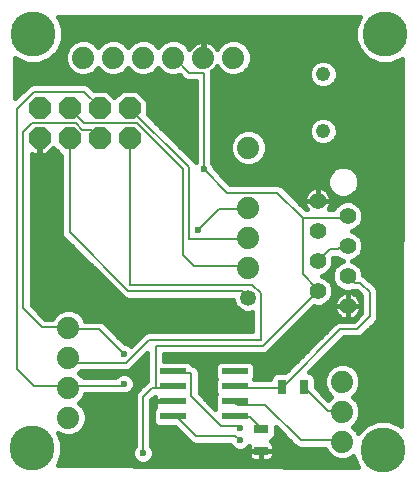
<source format=gbl>
G75*
G70*
%OFA0B0*%
%FSLAX24Y24*%
%IPPOS*%
%LPD*%
%AMOC8*
5,1,8,0,0,1.08239X$1,22.5*
%
%ADD10R,0.0870X0.0240*%
%ADD11C,0.0480*%
%ADD12R,0.0472X0.0315*%
%ADD13R,0.0315X0.0472*%
%ADD14C,0.0740*%
%ADD15C,0.0531*%
%ADD16OC8,0.0740*%
%ADD17C,0.0560*%
%ADD18C,0.0079*%
%ADD19C,0.0236*%
%ADD20C,0.0160*%
%ADD21C,0.0315*%
%ADD22C,0.1502*%
D10*
X009680Y006865D03*
X009680Y007365D03*
X009680Y007865D03*
X009680Y008365D03*
X011740Y008365D03*
X011740Y007865D03*
X011740Y007365D03*
X011740Y006865D03*
D11*
X014690Y016375D03*
X014690Y018275D03*
D12*
X012620Y006429D03*
X012620Y005721D03*
D13*
X013325Y007855D03*
X014034Y007855D03*
D14*
X015320Y008025D03*
X015320Y007025D03*
X015320Y006025D03*
X012190Y011825D03*
X012190Y012825D03*
X012190Y013825D03*
X012190Y015825D03*
X011690Y018825D03*
X010690Y018825D03*
X009690Y018825D03*
X008690Y018825D03*
X007690Y018825D03*
X006690Y018825D03*
X006190Y009825D03*
X006190Y008825D03*
X006190Y007825D03*
X006190Y006825D03*
D15*
X012190Y010825D03*
D16*
X008230Y016135D03*
X008230Y017135D03*
X007230Y017135D03*
X007230Y016135D03*
X006230Y016135D03*
X006230Y017135D03*
X005230Y017135D03*
X005230Y016135D03*
D17*
X014500Y014045D03*
X014500Y013045D03*
X014500Y012045D03*
X014500Y011045D03*
X015500Y010545D03*
X015500Y011545D03*
X015500Y012545D03*
X015500Y013545D03*
D18*
X015470Y013485D01*
X014000Y013485D01*
X013160Y014325D01*
X011480Y014325D01*
X010710Y015095D01*
X010710Y018315D01*
X010220Y018315D01*
X009730Y018805D01*
X009690Y018825D01*
X008820Y018245D02*
X008811Y018215D01*
X008260Y017125D02*
X008230Y017135D01*
X008260Y017125D02*
X010220Y015165D01*
X010220Y012785D01*
X012180Y012785D01*
X012190Y012825D01*
X012180Y013765D02*
X012190Y013825D01*
X012180Y013765D02*
X011200Y013765D01*
X010500Y013065D01*
X010010Y012247D02*
X010010Y015095D01*
X008470Y016635D01*
X006720Y016635D01*
X006230Y017125D01*
X006230Y017135D01*
X006440Y016635D02*
X004970Y016635D01*
X004690Y016355D01*
X004690Y010464D01*
X005309Y009845D01*
X006160Y009845D01*
X006190Y009825D01*
X006230Y009775D01*
X007210Y009775D01*
X008050Y008935D01*
X008120Y008655D02*
X006370Y008655D01*
X006230Y008795D01*
X006190Y008825D01*
X006160Y007885D02*
X006190Y007825D01*
X006230Y007885D01*
X007980Y007885D01*
X008050Y007955D01*
X008680Y007524D02*
X008680Y005645D01*
X009680Y006865D02*
X009730Y006835D01*
X009800Y006835D01*
X010430Y006205D01*
X011760Y006205D01*
X011900Y006065D01*
X011900Y006485D02*
X011830Y006555D01*
X011270Y006555D01*
X010290Y007535D01*
X010290Y008305D01*
X009730Y008305D01*
X009680Y008365D01*
X009680Y007865D02*
X009660Y007815D01*
X009100Y007815D01*
X009100Y009215D01*
X012670Y009215D01*
X014500Y011045D01*
X014490Y011105D01*
X014000Y011595D01*
X014000Y013485D01*
X014910Y012435D02*
X015190Y012435D01*
X015260Y012505D01*
X015470Y012505D01*
X015500Y012545D01*
X014910Y012435D02*
X014560Y012085D01*
X014500Y012045D01*
X015500Y011545D02*
X015540Y011525D01*
X015750Y011315D01*
X015927Y011315D01*
X016240Y011003D01*
X016240Y010195D01*
X015820Y009775D01*
X015260Y009775D01*
X013370Y007885D01*
X013325Y007855D01*
X013300Y007815D01*
X011760Y007815D01*
X011740Y007865D01*
X011740Y007365D02*
X011760Y007325D01*
X011830Y007255D01*
X012740Y007255D01*
X013930Y006065D01*
X015260Y006065D01*
X015320Y006025D01*
X015320Y007025D02*
X015260Y007045D01*
X014840Y007045D01*
X014070Y007815D01*
X014034Y007855D01*
X012600Y006485D02*
X012620Y006429D01*
X012600Y006485D02*
X012250Y006835D01*
X011760Y006835D01*
X011740Y006865D01*
X012600Y009425D02*
X008890Y009425D01*
X008120Y008655D01*
X008970Y007815D02*
X008680Y007524D01*
X008970Y007815D02*
X009100Y007815D01*
X008190Y011035D02*
X006230Y012995D01*
X006230Y016135D01*
X006650Y016425D02*
X006440Y016635D01*
X006650Y016425D02*
X006930Y016425D01*
X007210Y016145D01*
X007230Y016135D01*
X007230Y017135D02*
X007210Y017195D01*
X006720Y017685D01*
X005040Y017685D01*
X004480Y017125D01*
X004480Y008459D01*
X005054Y007885D01*
X006160Y007885D01*
X008190Y011035D02*
X011970Y011035D01*
X012180Y010825D01*
X012190Y010825D01*
X012600Y010965D02*
X012320Y011245D01*
X008260Y011245D01*
X008260Y016075D01*
X008230Y016135D01*
X010010Y012247D02*
X010381Y011875D01*
X012180Y011875D01*
X012190Y011825D01*
X012600Y010965D02*
X012600Y009425D01*
D19*
X011900Y006485D03*
X011900Y006065D03*
X008680Y005645D03*
X008050Y007955D03*
X008050Y008935D03*
X010500Y013065D03*
X010710Y015095D03*
D20*
X011044Y015224D02*
X012046Y015224D01*
X012068Y015215D02*
X012311Y015215D01*
X012535Y015308D01*
X012707Y015479D01*
X012799Y015704D01*
X012799Y015946D01*
X012707Y016171D01*
X012535Y016342D01*
X012311Y016435D01*
X012068Y016435D01*
X011844Y016342D01*
X011672Y016171D01*
X011580Y015946D01*
X011580Y015704D01*
X011672Y015479D01*
X011844Y015308D01*
X012068Y015215D01*
X012333Y015224D02*
X017303Y015224D01*
X017302Y015066D02*
X015730Y015066D01*
X015659Y015137D02*
X015810Y014986D01*
X015891Y014789D01*
X015891Y014576D01*
X015810Y014380D01*
X015659Y014229D01*
X015462Y014148D01*
X015249Y014148D01*
X015053Y014229D01*
X014902Y014380D01*
X014821Y014576D01*
X014821Y014789D01*
X014902Y014986D01*
X015053Y015137D01*
X015249Y015218D01*
X015462Y015218D01*
X015659Y015137D01*
X015842Y014907D02*
X017302Y014907D01*
X017301Y014749D02*
X015891Y014749D01*
X015891Y014590D02*
X017301Y014590D01*
X017300Y014432D02*
X015831Y014432D01*
X015703Y014273D02*
X017300Y014273D01*
X017299Y014115D02*
X014954Y014115D01*
X014959Y014081D02*
X014948Y014153D01*
X014926Y014222D01*
X014893Y014286D01*
X014850Y014345D01*
X014799Y014396D01*
X014741Y014438D01*
X014676Y014471D01*
X014607Y014494D01*
X014536Y014505D01*
X014500Y014505D01*
X014500Y014045D01*
X014959Y014045D01*
X014959Y014081D01*
X014959Y014045D02*
X014500Y014045D01*
X014500Y014045D01*
X014499Y014045D01*
X014040Y014045D01*
X014040Y014009D01*
X014051Y013937D01*
X014073Y013868D01*
X014106Y013804D01*
X014135Y013764D01*
X014115Y013764D01*
X013318Y014562D01*
X013215Y014604D01*
X011595Y014604D01*
X011068Y015132D01*
X011068Y015166D01*
X011013Y015298D01*
X010989Y015322D01*
X010989Y018363D01*
X011048Y018405D01*
X011109Y018467D01*
X011153Y018527D01*
X011172Y018479D01*
X011344Y018308D01*
X011568Y018215D01*
X011811Y018215D01*
X012035Y018308D01*
X012207Y018479D01*
X012299Y018704D01*
X012299Y018946D01*
X012207Y019171D01*
X012035Y019342D01*
X011811Y019435D01*
X011568Y019435D01*
X011344Y019342D01*
X011172Y019171D01*
X011153Y019123D01*
X011109Y019183D01*
X011048Y019245D01*
X010978Y019295D01*
X010901Y019335D01*
X010818Y019361D01*
X010733Y019375D01*
X010710Y019375D01*
X010710Y018845D01*
X010669Y018845D01*
X010669Y019375D01*
X010646Y019375D01*
X010561Y019361D01*
X010478Y019335D01*
X010401Y019295D01*
X010331Y019245D01*
X010270Y019183D01*
X010226Y019123D01*
X010207Y019171D01*
X010035Y019342D01*
X009811Y019435D01*
X009568Y019435D01*
X009344Y019342D01*
X009190Y019188D01*
X009035Y019342D01*
X008811Y019435D01*
X008568Y019435D01*
X008344Y019342D01*
X008190Y019188D01*
X008035Y019342D01*
X007811Y019435D01*
X007568Y019435D01*
X007344Y019342D01*
X007190Y019188D01*
X007035Y019342D01*
X006811Y019435D01*
X006568Y019435D01*
X006344Y019342D01*
X006172Y019171D01*
X006080Y018946D01*
X006080Y018704D01*
X006172Y018479D01*
X006344Y018308D01*
X006568Y018215D01*
X006811Y018215D01*
X007035Y018308D01*
X007190Y018462D01*
X007344Y018308D01*
X007568Y018215D01*
X007811Y018215D01*
X008035Y018308D01*
X008190Y018462D01*
X008344Y018308D01*
X008568Y018215D01*
X008811Y018215D01*
X009035Y018308D01*
X009190Y018462D01*
X009344Y018308D01*
X009568Y018215D01*
X009811Y018215D01*
X009891Y018248D01*
X010061Y018078D01*
X010164Y018036D01*
X010430Y018036D01*
X010430Y015349D01*
X010378Y015402D01*
X008839Y016940D01*
X008839Y017388D01*
X008482Y017745D01*
X007977Y017745D01*
X007729Y017498D01*
X007482Y017745D01*
X007055Y017745D01*
X006956Y017843D01*
X006878Y017922D01*
X006775Y017964D01*
X004984Y017964D01*
X004881Y017922D01*
X004426Y017467D01*
X004428Y018810D01*
X004463Y018775D01*
X004827Y018624D01*
X005222Y018624D01*
X005586Y018775D01*
X005865Y019054D01*
X006016Y019418D01*
X006016Y019812D01*
X005865Y020176D01*
X005853Y020189D01*
X015910Y020182D01*
X015904Y020176D01*
X015753Y019812D01*
X015753Y019418D01*
X015904Y019054D01*
X016183Y018775D01*
X016547Y018624D01*
X016942Y018624D01*
X017306Y018775D01*
X017314Y018783D01*
X017275Y006551D01*
X017241Y006585D01*
X016877Y006736D01*
X016482Y006736D01*
X016118Y006585D01*
X015856Y006323D01*
X015837Y006371D01*
X015682Y006525D01*
X015837Y006679D01*
X015929Y006904D01*
X015929Y007146D01*
X015837Y007371D01*
X015682Y007525D01*
X015837Y007679D01*
X015929Y007904D01*
X015929Y008146D01*
X015837Y008371D01*
X015665Y008542D01*
X015441Y008635D01*
X015198Y008635D01*
X014974Y008542D01*
X014802Y008371D01*
X014710Y008146D01*
X014710Y007904D01*
X014802Y007679D01*
X014957Y007525D01*
X014856Y007424D01*
X014431Y007848D01*
X014431Y008139D01*
X014395Y008227D01*
X014327Y008295D01*
X014239Y008331D01*
X014211Y008331D01*
X015375Y009496D01*
X015875Y009496D01*
X015978Y009538D01*
X016398Y009958D01*
X016476Y010037D01*
X016519Y010139D01*
X016519Y011058D01*
X016476Y011161D01*
X016398Y011240D01*
X016086Y011552D01*
X016019Y011579D01*
X016019Y011648D01*
X015940Y011840D01*
X015794Y011986D01*
X015651Y012045D01*
X015794Y012104D01*
X015940Y012250D01*
X016019Y012442D01*
X016019Y012648D01*
X015940Y012840D01*
X015794Y012986D01*
X015651Y013045D01*
X015794Y013104D01*
X015940Y013250D01*
X016019Y013442D01*
X016019Y013648D01*
X015940Y013840D01*
X015794Y013986D01*
X015603Y014065D01*
X015396Y014065D01*
X015205Y013986D01*
X015059Y013840D01*
X015028Y013764D01*
X014864Y013764D01*
X014893Y013804D01*
X014926Y013868D01*
X014948Y013937D01*
X014959Y014009D01*
X014959Y014045D01*
X014951Y013956D02*
X015175Y013956D01*
X015041Y013798D02*
X014888Y013798D01*
X014499Y014045D02*
X014499Y014045D01*
X014039Y014045D01*
X014040Y014081D01*
X014051Y014153D01*
X014073Y014222D01*
X014106Y014286D01*
X014149Y014345D01*
X014200Y014396D01*
X014258Y014438D01*
X014323Y014471D01*
X014392Y014494D01*
X014463Y014505D01*
X014499Y014505D01*
X014499Y014045D01*
X014499Y014115D02*
X014500Y014115D01*
X014499Y014273D02*
X014500Y014273D01*
X014499Y014432D02*
X014500Y014432D01*
X014750Y014432D02*
X014881Y014432D01*
X014900Y014273D02*
X015009Y014273D01*
X014821Y014590D02*
X013250Y014590D01*
X013448Y014432D02*
X014249Y014432D01*
X014099Y014273D02*
X013607Y014273D01*
X013765Y014115D02*
X014045Y014115D01*
X014048Y013956D02*
X013924Y013956D01*
X014082Y013798D02*
X014111Y013798D01*
X014821Y014749D02*
X011451Y014749D01*
X011293Y014907D02*
X014869Y014907D01*
X014982Y015066D02*
X011134Y015066D01*
X010989Y015383D02*
X011769Y015383D01*
X011647Y015541D02*
X010989Y015541D01*
X010989Y015700D02*
X011581Y015700D01*
X011580Y015858D02*
X010989Y015858D01*
X010989Y016017D02*
X011609Y016017D01*
X011677Y016175D02*
X010989Y016175D01*
X010989Y016334D02*
X011835Y016334D01*
X012544Y016334D02*
X014210Y016334D01*
X014210Y016280D02*
X014283Y016103D01*
X014418Y015968D01*
X014594Y015895D01*
X014785Y015895D01*
X014961Y015968D01*
X015096Y016103D01*
X015169Y016280D01*
X015169Y016470D01*
X015096Y016647D01*
X014961Y016782D01*
X014785Y016855D01*
X014594Y016855D01*
X014418Y016782D01*
X014283Y016647D01*
X014210Y016470D01*
X014210Y016280D01*
X014253Y016175D02*
X012702Y016175D01*
X012770Y016017D02*
X014369Y016017D01*
X014218Y016492D02*
X010989Y016492D01*
X010989Y016651D02*
X014286Y016651D01*
X014483Y016809D02*
X010989Y016809D01*
X010989Y016968D02*
X017308Y016968D01*
X017309Y017126D02*
X010989Y017126D01*
X010989Y017285D02*
X017309Y017285D01*
X017310Y017443D02*
X010989Y017443D01*
X010989Y017602D02*
X017310Y017602D01*
X017311Y017760D02*
X010989Y017760D01*
X010989Y017919D02*
X014367Y017919D01*
X014418Y017868D02*
X014594Y017795D01*
X014785Y017795D01*
X014961Y017868D01*
X015096Y018003D01*
X015169Y018180D01*
X015169Y018370D01*
X015096Y018547D01*
X014961Y018682D01*
X014785Y018755D01*
X014594Y018755D01*
X014418Y018682D01*
X014283Y018547D01*
X014210Y018370D01*
X014210Y018180D01*
X014283Y018003D01*
X014418Y017868D01*
X014252Y018077D02*
X010989Y018077D01*
X010989Y018236D02*
X011519Y018236D01*
X011258Y018394D02*
X011032Y018394D01*
X010710Y018870D02*
X010669Y018870D01*
X010669Y019028D02*
X010710Y019028D01*
X010710Y019187D02*
X010669Y019187D01*
X010669Y019345D02*
X010710Y019345D01*
X010869Y019345D02*
X011351Y019345D01*
X011188Y019187D02*
X011106Y019187D01*
X010510Y019345D02*
X010028Y019345D01*
X010191Y019187D02*
X010273Y019187D01*
X009351Y019345D02*
X009028Y019345D01*
X008351Y019345D02*
X008028Y019345D01*
X007351Y019345D02*
X007028Y019345D01*
X006351Y019345D02*
X005986Y019345D01*
X006016Y019504D02*
X015753Y019504D01*
X015753Y019662D02*
X006016Y019662D01*
X006012Y019821D02*
X015757Y019821D01*
X015822Y019979D02*
X005947Y019979D01*
X005881Y020138D02*
X015888Y020138D01*
X015783Y019345D02*
X012028Y019345D01*
X012191Y019187D02*
X015849Y019187D01*
X015930Y019028D02*
X012266Y019028D01*
X012299Y018870D02*
X016088Y018870D01*
X016337Y018711D02*
X014891Y018711D01*
X015091Y018553D02*
X017314Y018553D01*
X017314Y018711D02*
X017152Y018711D01*
X017313Y018394D02*
X015160Y018394D01*
X015169Y018236D02*
X017313Y018236D01*
X017312Y018077D02*
X015127Y018077D01*
X015012Y017919D02*
X017311Y017919D01*
X017308Y016809D02*
X014896Y016809D01*
X015093Y016651D02*
X017307Y016651D01*
X017307Y016492D02*
X015161Y016492D01*
X015169Y016334D02*
X017306Y016334D01*
X017306Y016175D02*
X015126Y016175D01*
X015010Y016017D02*
X017305Y016017D01*
X017305Y015858D02*
X012799Y015858D01*
X012798Y015700D02*
X017304Y015700D01*
X017304Y015541D02*
X012732Y015541D01*
X012610Y015383D02*
X017303Y015383D01*
X017299Y013956D02*
X015824Y013956D01*
X015958Y013798D02*
X017298Y013798D01*
X017298Y013639D02*
X016019Y013639D01*
X016019Y013481D02*
X017297Y013481D01*
X017297Y013322D02*
X015970Y013322D01*
X015853Y013164D02*
X017296Y013164D01*
X017296Y013005D02*
X015748Y013005D01*
X015933Y012847D02*
X017295Y012847D01*
X017295Y012688D02*
X016003Y012688D01*
X016019Y012530D02*
X017294Y012530D01*
X017294Y012371D02*
X015990Y012371D01*
X015902Y012213D02*
X017293Y012213D01*
X017293Y012054D02*
X015673Y012054D01*
X015884Y011896D02*
X017292Y011896D01*
X017292Y011737D02*
X015983Y011737D01*
X016021Y011579D02*
X017291Y011579D01*
X017291Y011420D02*
X016217Y011420D01*
X016376Y011262D02*
X017290Y011262D01*
X017289Y011103D02*
X016500Y011103D01*
X016519Y010945D02*
X017289Y010945D01*
X017288Y010786D02*
X016519Y010786D01*
X016519Y010628D02*
X017288Y010628D01*
X017287Y010469D02*
X016519Y010469D01*
X016519Y010311D02*
X017287Y010311D01*
X017286Y010152D02*
X016519Y010152D01*
X016433Y009994D02*
X017286Y009994D01*
X017285Y009835D02*
X016275Y009835D01*
X016116Y009677D02*
X017285Y009677D01*
X017284Y009518D02*
X015929Y009518D01*
X015704Y010054D02*
X015960Y010311D01*
X015960Y010887D01*
X015812Y011036D01*
X015694Y011036D01*
X015661Y011049D01*
X015603Y011025D01*
X015396Y011025D01*
X015205Y011104D01*
X015059Y011250D01*
X014980Y011442D01*
X014980Y011648D01*
X015059Y011840D01*
X015205Y011986D01*
X015348Y012045D01*
X015205Y012104D01*
X015153Y012156D01*
X015025Y012156D01*
X015019Y012149D01*
X015019Y012148D01*
X015019Y011942D01*
X014940Y011750D01*
X014794Y011604D01*
X014651Y011545D01*
X014794Y011486D01*
X014940Y011340D01*
X015019Y011148D01*
X015019Y010942D01*
X014940Y010750D01*
X014794Y010604D01*
X014603Y010525D01*
X014396Y010525D01*
X014381Y010531D01*
X012828Y008978D01*
X012725Y008936D01*
X009379Y008936D01*
X009379Y008725D01*
X010162Y008725D01*
X010250Y008688D01*
X010318Y008621D01*
X010333Y008584D01*
X010345Y008584D01*
X010448Y008542D01*
X010526Y008463D01*
X010569Y008361D01*
X010569Y007651D01*
X011094Y007125D01*
X011065Y007197D01*
X011065Y007533D01*
X011099Y007615D01*
X011065Y007697D01*
X011065Y008033D01*
X011099Y008115D01*
X011065Y008197D01*
X011065Y008533D01*
X011101Y008621D01*
X011169Y008688D01*
X011257Y008725D01*
X012222Y008725D01*
X012310Y008688D01*
X012378Y008621D01*
X012414Y008533D01*
X012414Y008197D01*
X012380Y008115D01*
X012389Y008094D01*
X012928Y008094D01*
X012928Y008139D01*
X012964Y008227D01*
X013032Y008295D01*
X013120Y008331D01*
X013421Y008331D01*
X015023Y009933D01*
X015101Y010012D01*
X015204Y010054D01*
X015704Y010054D01*
X015676Y010119D02*
X015741Y010152D01*
X015801Y010152D01*
X015799Y010194D02*
X015850Y010245D01*
X015893Y010304D01*
X015926Y010368D01*
X015948Y010437D01*
X015959Y010509D01*
X015959Y010545D01*
X015959Y010581D01*
X015948Y010653D01*
X015926Y010722D01*
X015893Y010786D01*
X015960Y010786D01*
X015893Y010786D02*
X015850Y010845D01*
X015799Y010896D01*
X015741Y010938D01*
X015676Y010971D01*
X015607Y010994D01*
X015536Y011005D01*
X015500Y011005D01*
X015500Y010545D01*
X015959Y010545D01*
X015500Y010545D01*
X015500Y010545D01*
X015499Y010545D01*
X015040Y010545D01*
X015040Y010509D01*
X015051Y010437D01*
X015073Y010368D01*
X015106Y010304D01*
X015149Y010245D01*
X015200Y010194D01*
X015258Y010152D01*
X014002Y010152D01*
X014160Y010311D02*
X015103Y010311D01*
X015046Y010469D02*
X014319Y010469D01*
X014817Y010628D02*
X015047Y010628D01*
X015051Y010653D02*
X015040Y010581D01*
X015039Y010545D01*
X015499Y010545D01*
X015499Y010545D01*
X015499Y011005D01*
X015463Y011005D01*
X015392Y010994D01*
X015323Y010971D01*
X015258Y010938D01*
X015200Y010896D01*
X015149Y010845D01*
X015106Y010786D01*
X014955Y010786D01*
X015073Y010722D02*
X015051Y010653D01*
X015073Y010722D02*
X015106Y010786D01*
X015019Y010945D02*
X015270Y010945D01*
X015208Y011103D02*
X015019Y011103D01*
X015054Y011262D02*
X014973Y011262D01*
X014988Y011420D02*
X014860Y011420D01*
X014980Y011579D02*
X014732Y011579D01*
X014927Y011737D02*
X015016Y011737D01*
X015000Y011896D02*
X015115Y011896D01*
X015019Y012054D02*
X015326Y012054D01*
X015499Y010945D02*
X015500Y010945D01*
X015499Y010786D02*
X015500Y010786D01*
X015499Y010628D02*
X015500Y010628D01*
X015500Y010545D02*
X015500Y010085D01*
X015536Y010085D01*
X015607Y010096D01*
X015676Y010119D01*
X015741Y010152D02*
X015799Y010194D01*
X015896Y010311D02*
X015960Y010311D01*
X015953Y010469D02*
X015960Y010469D01*
X015952Y010628D02*
X015960Y010628D01*
X015903Y010945D02*
X015729Y010945D01*
X015500Y010545D02*
X015499Y010545D01*
X015499Y010085D01*
X015463Y010085D01*
X015392Y010096D01*
X015323Y010119D01*
X015258Y010152D01*
X015083Y009994D02*
X013843Y009994D01*
X013685Y009835D02*
X014924Y009835D01*
X014766Y009677D02*
X013526Y009677D01*
X013368Y009518D02*
X014607Y009518D01*
X014449Y009360D02*
X013209Y009360D01*
X013051Y009201D02*
X014290Y009201D01*
X014132Y009043D02*
X012892Y009043D01*
X012400Y008567D02*
X013656Y008567D01*
X013498Y008409D02*
X012414Y008409D01*
X012414Y008250D02*
X012987Y008250D01*
X013815Y008726D02*
X009379Y008726D01*
X009379Y008884D02*
X013973Y008884D01*
X014447Y008567D02*
X015034Y008567D01*
X014840Y008409D02*
X014288Y008409D01*
X014372Y008250D02*
X014752Y008250D01*
X014710Y008092D02*
X014431Y008092D01*
X014431Y007933D02*
X014710Y007933D01*
X014763Y007775D02*
X014505Y007775D01*
X014664Y007616D02*
X014866Y007616D01*
X014889Y007458D02*
X014822Y007458D01*
X015701Y006507D02*
X016039Y006507D01*
X015881Y006348D02*
X015846Y006348D01*
X015822Y006665D02*
X016311Y006665D01*
X015929Y006982D02*
X017276Y006982D01*
X017276Y006824D02*
X015896Y006824D01*
X015929Y007141D02*
X017277Y007141D01*
X017277Y007299D02*
X015866Y007299D01*
X015750Y007458D02*
X017278Y007458D01*
X017278Y007616D02*
X015773Y007616D01*
X015876Y007775D02*
X017279Y007775D01*
X017279Y007933D02*
X015929Y007933D01*
X015929Y008092D02*
X017280Y008092D01*
X017280Y008250D02*
X015887Y008250D01*
X015799Y008409D02*
X017281Y008409D01*
X017281Y008567D02*
X015605Y008567D01*
X015081Y009201D02*
X017283Y009201D01*
X017283Y009043D02*
X014922Y009043D01*
X014764Y008884D02*
X017282Y008884D01*
X017282Y008726D02*
X014605Y008726D01*
X015239Y009360D02*
X017284Y009360D01*
X015500Y010152D02*
X015499Y010152D01*
X015499Y010311D02*
X015500Y010311D01*
X015499Y010469D02*
X015500Y010469D01*
X012320Y010332D02*
X012320Y009704D01*
X008834Y009704D01*
X008731Y009662D01*
X008280Y009211D01*
X008252Y009239D01*
X008121Y009293D01*
X008086Y009293D01*
X007446Y009933D01*
X007368Y010012D01*
X007265Y010054D01*
X006755Y010054D01*
X006707Y010171D01*
X006535Y010342D01*
X006311Y010435D01*
X006068Y010435D01*
X005844Y010342D01*
X005672Y010171D01*
X005653Y010124D01*
X005424Y010124D01*
X004969Y010580D01*
X004969Y015618D01*
X005002Y015585D01*
X005209Y015585D01*
X005209Y016115D01*
X005250Y016115D01*
X005250Y015585D01*
X005457Y015585D01*
X005687Y015815D01*
X005950Y015552D01*
X005950Y012939D01*
X005993Y012837D01*
X006071Y012758D01*
X008031Y010798D01*
X008134Y010756D01*
X011684Y010756D01*
X011684Y010724D01*
X011761Y010539D01*
X011903Y010396D01*
X012089Y010319D01*
X012290Y010319D01*
X012320Y010332D01*
X012320Y010311D02*
X006567Y010311D01*
X006714Y010152D02*
X012320Y010152D01*
X012320Y009994D02*
X007386Y009994D01*
X007545Y009835D02*
X012320Y009835D01*
X011830Y010469D02*
X005080Y010469D01*
X004969Y010628D02*
X011724Y010628D01*
X011079Y008567D02*
X010387Y008567D01*
X010549Y008409D02*
X011065Y008409D01*
X011065Y008250D02*
X010569Y008250D01*
X010569Y008092D02*
X011089Y008092D01*
X011065Y007933D02*
X010569Y007933D01*
X010569Y007775D02*
X011065Y007775D01*
X011098Y007616D02*
X010604Y007616D01*
X010762Y007458D02*
X011065Y007458D01*
X011065Y007299D02*
X010921Y007299D01*
X011079Y007141D02*
X011088Y007141D01*
X011570Y005926D02*
X010374Y005926D01*
X010271Y005968D01*
X009734Y006505D01*
X009197Y006505D01*
X009109Y006542D01*
X009041Y006609D01*
X009005Y006697D01*
X009005Y007033D01*
X009041Y007121D01*
X009084Y007164D01*
X009077Y007176D01*
X009065Y007221D01*
X009065Y007365D01*
X009679Y007365D01*
X009679Y007365D01*
X009064Y007365D01*
X009065Y007509D01*
X009066Y007516D01*
X008959Y007408D01*
X008959Y005872D01*
X008983Y005848D01*
X009038Y005716D01*
X009038Y005574D01*
X008983Y005442D01*
X008882Y005341D01*
X008751Y005287D01*
X008608Y005287D01*
X008477Y005341D01*
X008376Y005442D01*
X008321Y005574D01*
X008321Y005716D01*
X008376Y005848D01*
X008400Y005872D01*
X008400Y007580D01*
X008443Y007682D01*
X008521Y007761D01*
X008812Y008052D01*
X008820Y008055D01*
X008820Y008961D01*
X008356Y008497D01*
X008278Y008418D01*
X008175Y008376D01*
X006603Y008376D01*
X006552Y008325D01*
X006707Y008171D01*
X006709Y008164D01*
X007752Y008164D01*
X007847Y008259D01*
X007978Y008313D01*
X008121Y008313D01*
X008252Y008259D01*
X008353Y008158D01*
X008408Y008026D01*
X008408Y007884D01*
X008353Y007752D01*
X008252Y007651D01*
X008121Y007597D01*
X007978Y007597D01*
X007957Y007606D01*
X006759Y007606D01*
X006707Y007479D01*
X006552Y007325D01*
X006707Y007171D01*
X006799Y006946D01*
X006799Y006704D01*
X006707Y006479D01*
X006535Y006308D01*
X006311Y006215D01*
X006068Y006215D01*
X005862Y006300D01*
X005986Y006002D01*
X005986Y005608D01*
X005836Y005246D01*
X015839Y005185D01*
X015693Y005536D01*
X015665Y005508D01*
X015441Y005415D01*
X015198Y005415D01*
X014974Y005508D01*
X014802Y005679D01*
X014758Y005786D01*
X013874Y005786D01*
X013771Y005828D01*
X013693Y005907D01*
X013096Y006504D01*
X013096Y006224D01*
X013059Y006136D01*
X012992Y006068D01*
X012930Y006043D01*
X012966Y006022D01*
X013000Y005989D01*
X013023Y005948D01*
X013036Y005902D01*
X013036Y005721D01*
X012620Y005721D01*
X012620Y005721D01*
X013036Y005721D01*
X013036Y005539D01*
X013023Y005494D01*
X013000Y005453D01*
X012966Y005419D01*
X012925Y005395D01*
X012879Y005383D01*
X012620Y005383D01*
X012620Y005721D01*
X012619Y005721D01*
X012619Y005721D01*
X012203Y005721D01*
X012203Y005863D01*
X012203Y005862D01*
X012102Y005761D01*
X011971Y005707D01*
X011828Y005707D01*
X011697Y005761D01*
X011596Y005862D01*
X011570Y005926D01*
X011592Y005873D02*
X008959Y005873D01*
X008959Y006031D02*
X010208Y006031D01*
X010050Y006190D02*
X008959Y006190D01*
X008959Y006348D02*
X009891Y006348D01*
X009193Y006507D02*
X008959Y006507D01*
X008959Y006665D02*
X009018Y006665D01*
X009005Y006824D02*
X008959Y006824D01*
X008959Y006982D02*
X009005Y006982D01*
X008959Y007141D02*
X009061Y007141D01*
X009065Y007299D02*
X008959Y007299D01*
X009008Y007458D02*
X009065Y007458D01*
X008693Y007933D02*
X008408Y007933D01*
X008381Y008092D02*
X008820Y008092D01*
X008820Y008250D02*
X008261Y008250D01*
X008254Y008409D02*
X008820Y008409D01*
X008820Y008567D02*
X008427Y008567D01*
X008585Y008726D02*
X008820Y008726D01*
X008820Y008884D02*
X008744Y008884D01*
X008429Y009360D02*
X008020Y009360D01*
X007862Y009518D02*
X008587Y009518D01*
X008767Y009677D02*
X007703Y009677D01*
X008061Y010786D02*
X004969Y010786D01*
X004969Y010945D02*
X007885Y010945D01*
X007726Y011103D02*
X004969Y011103D01*
X004969Y011262D02*
X007568Y011262D01*
X007409Y011420D02*
X004969Y011420D01*
X004969Y011579D02*
X007251Y011579D01*
X007092Y011737D02*
X004969Y011737D01*
X004969Y011896D02*
X006934Y011896D01*
X006775Y012054D02*
X004969Y012054D01*
X004969Y012213D02*
X006617Y012213D01*
X006458Y012371D02*
X004969Y012371D01*
X004969Y012530D02*
X006300Y012530D01*
X006141Y012688D02*
X004969Y012688D01*
X004969Y012847D02*
X005989Y012847D01*
X005950Y013005D02*
X004969Y013005D01*
X004969Y013164D02*
X005950Y013164D01*
X005950Y013322D02*
X004969Y013322D01*
X004969Y013481D02*
X005950Y013481D01*
X005950Y013639D02*
X004969Y013639D01*
X004969Y013798D02*
X005950Y013798D01*
X005950Y013956D02*
X004969Y013956D01*
X004969Y014115D02*
X005950Y014115D01*
X005950Y014273D02*
X004969Y014273D01*
X004969Y014432D02*
X005950Y014432D01*
X005950Y014590D02*
X004969Y014590D01*
X004969Y014749D02*
X005950Y014749D01*
X005950Y014907D02*
X004969Y014907D01*
X004969Y015066D02*
X005950Y015066D01*
X005950Y015224D02*
X004969Y015224D01*
X004969Y015383D02*
X005950Y015383D01*
X005950Y015541D02*
X004969Y015541D01*
X005209Y015700D02*
X005250Y015700D01*
X005250Y015858D02*
X005209Y015858D01*
X005209Y016017D02*
X005250Y016017D01*
X005572Y015700D02*
X005802Y015700D01*
X004561Y017602D02*
X004427Y017602D01*
X004427Y017760D02*
X004719Y017760D01*
X004878Y017919D02*
X004427Y017919D01*
X004427Y018077D02*
X010064Y018077D01*
X009904Y018236D02*
X009860Y018236D01*
X009519Y018236D02*
X008860Y018236D01*
X009121Y018394D02*
X009258Y018394D01*
X008519Y018236D02*
X007860Y018236D01*
X007519Y018236D02*
X006860Y018236D01*
X007121Y018394D02*
X007258Y018394D01*
X006881Y017919D02*
X010430Y017919D01*
X010430Y017760D02*
X007040Y017760D01*
X007626Y017602D02*
X007833Y017602D01*
X008121Y018394D02*
X008258Y018394D01*
X008626Y017602D02*
X010430Y017602D01*
X010430Y017443D02*
X008784Y017443D01*
X008839Y017285D02*
X010430Y017285D01*
X010430Y017126D02*
X008839Y017126D01*
X008839Y016968D02*
X010430Y016968D01*
X010430Y016809D02*
X008971Y016809D01*
X009129Y016651D02*
X010430Y016651D01*
X010430Y016492D02*
X009288Y016492D01*
X009446Y016334D02*
X010430Y016334D01*
X010430Y016175D02*
X009605Y016175D01*
X009763Y016017D02*
X010430Y016017D01*
X010430Y015858D02*
X009922Y015858D01*
X010080Y015700D02*
X010430Y015700D01*
X010430Y015541D02*
X010239Y015541D01*
X010397Y015383D02*
X010430Y015383D01*
X011860Y018236D02*
X014210Y018236D01*
X014219Y018394D02*
X012121Y018394D01*
X012237Y018553D02*
X014288Y018553D01*
X014488Y018711D02*
X012299Y018711D01*
X006519Y018236D02*
X004427Y018236D01*
X004427Y018394D02*
X006258Y018394D01*
X006142Y018553D02*
X004428Y018553D01*
X004428Y018711D02*
X004617Y018711D01*
X005432Y018711D02*
X006080Y018711D01*
X006080Y018870D02*
X005681Y018870D01*
X005839Y019028D02*
X006113Y019028D01*
X006188Y019187D02*
X005920Y019187D01*
X005812Y010311D02*
X005238Y010311D01*
X005397Y010152D02*
X005665Y010152D01*
X006627Y008250D02*
X007838Y008250D01*
X008362Y007775D02*
X008535Y007775D01*
X008415Y007616D02*
X008167Y007616D01*
X008400Y007458D02*
X006685Y007458D01*
X006578Y007299D02*
X008400Y007299D01*
X008400Y007141D02*
X006719Y007141D01*
X006785Y006982D02*
X008400Y006982D01*
X008400Y006824D02*
X006799Y006824D01*
X006783Y006665D02*
X008400Y006665D01*
X008400Y006507D02*
X006718Y006507D01*
X006575Y006348D02*
X008400Y006348D01*
X008400Y006190D02*
X005908Y006190D01*
X005974Y006031D02*
X008400Y006031D01*
X008400Y005873D02*
X005986Y005873D01*
X005986Y005714D02*
X008321Y005714D01*
X008329Y005556D02*
X005964Y005556D01*
X005898Y005397D02*
X008421Y005397D01*
X008938Y005397D02*
X012311Y005397D01*
X012314Y005395D02*
X012360Y005383D01*
X012619Y005383D01*
X012619Y005721D01*
X012203Y005721D01*
X012203Y005539D01*
X012216Y005494D01*
X012239Y005453D01*
X012273Y005419D01*
X012314Y005395D01*
X012203Y005556D02*
X009030Y005556D01*
X009038Y005714D02*
X011811Y005714D01*
X011988Y005714D02*
X012203Y005714D01*
X012619Y005714D02*
X012620Y005714D01*
X012619Y005556D02*
X012620Y005556D01*
X012619Y005397D02*
X012620Y005397D01*
X012928Y005397D02*
X015751Y005397D01*
X015816Y005239D02*
X007105Y005239D01*
X012951Y006031D02*
X013568Y006031D01*
X013410Y006190D02*
X013081Y006190D01*
X013096Y006348D02*
X013251Y006348D01*
X013036Y005873D02*
X013727Y005873D01*
X013036Y005714D02*
X014788Y005714D01*
X014926Y005556D02*
X013036Y005556D01*
X017048Y006665D02*
X017275Y006665D01*
D21*
X009565Y006180D03*
D22*
X004995Y005805D03*
X016680Y005745D03*
X016745Y019615D03*
X005025Y019615D03*
M02*

</source>
